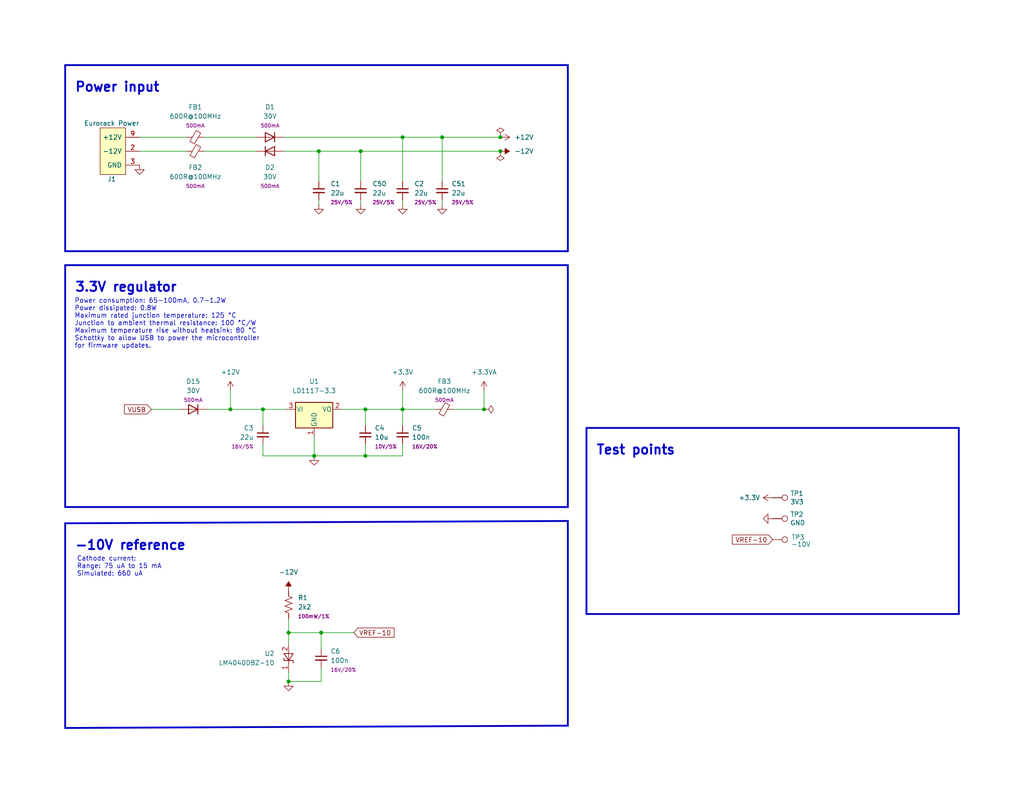
<source format=kicad_sch>
(kicad_sch (version 20250114) (generator "eeschema") (generator_version "9.0")
  (paper "USLetter")
  (title_block (title "Castor & Pollux") (date "2022-10-07") (rev "v6") (company "Winterbloom") (comment 1 "Alethea Flowers") (comment 2 "CERN-OHL-P v2") (comment 3 "gemini.wntr.dev"))
  (lib_symbols
    (symbol "Connector:TestPoint" (pin_numbers (hide yes)) (pin_names (offset 0.762) (hide yes))
      (property "Reference" "TP" (at 0 6.858 0))
      (property "Value" "TestPoint" (at 0 5.08 0))
      (symbol "TestPoint_0_1"
        (circle (center 0 3.302) (radius 0.762))
      )
      (symbol "TestPoint_1_1"
        (pin passive line (at 0 0 90) (length 2.54) (name "1") (number "1"))
      )
    )
    (symbol "Device:C_Small" (pin_numbers (hide yes)) (pin_names (offset 0.254) (hide yes))
      (property "Reference" "C" (at 0.254 1.778 0))
      (property "Value" "C_Small" (at 0.254 -2.032 0))
      (symbol "C_Small_0_1"
        (polyline (pts (xy -1.524 0.508) (xy 1.524 0.508)) (stroke (width 0.3048)))
        (polyline (pts (xy -1.524 -0.508) (xy 1.524 -0.508)) (stroke (width 0.3302)))
      )
      (symbol "C_Small_1_1"
        (pin passive line (at 0 2.54 270) (length 2.032) (name "~") (number "1"))
        (pin passive line (at 0 -2.54 90) (length 2.032) (name "~") (number "2"))
      )
    )
    (symbol "Device:D" (pin_numbers (hide yes)) (pin_names (offset 1.016) (hide yes))
      (property "Reference" "D" (at 0 2.54 0))
      (property "Value" "D" (at 0 -2.54 0))
      (symbol "D_0_1"
        (polyline (pts (xy -1.27 1.27) (xy -1.27 -1.27)) (stroke (width 0.254)))
        (polyline (pts (xy 1.27 1.27) (xy 1.27 -1.27) (xy -1.27 0) (xy 1.27 1.27)) (stroke (width 0.254)))
        (polyline (pts (xy 1.27 0) (xy -1.27 0)))
      )
      (symbol "D_1_1"
        (pin passive line (at -3.81 0 0) (length 2.54) (name "K") (number "1"))
        (pin passive line (at 3.81 0 180) (length 2.54) (name "A") (number "2"))
      )
    )
    (symbol "Device:FerriteBead_Small" (pin_numbers (hide yes)) (pin_names (offset 0))
      (property "Reference" "FB" (at 1.905 1.27 0))
      (property "Value" "FerriteBead_Small" (at 1.905 -1.27 0))
      (symbol "FerriteBead_Small_0_1"
        (polyline (pts (xy -1.8288 0.2794) (xy -1.1176 1.4986) (xy 1.8288 -0.2032) (xy 1.1176 -1.4224) (xy -1.8288 0.2794)))
        (polyline (pts (xy 0 0.889) (xy 0 1.2954)))
        (polyline (pts (xy 0 -1.27) (xy 0 -0.7874)))
      )
      (symbol "FerriteBead_Small_1_1"
        (pin passive line (at 0 2.54 270) (length 1.27) (name "~") (number "1"))
        (pin passive line (at 0 -2.54 90) (length 1.27) (name "~") (number "2"))
      )
    )
    (symbol "Device:R_US" (pin_numbers (hide yes)) (pin_names (offset 0))
      (property "Reference" "R" (at 2.54 0 90))
      (property "Value" "R_US" (at -2.54 0 90))
      (symbol "R_US_0_1"
        (polyline (pts (xy 0 2.286) (xy 0 2.54)))
        (polyline (pts (xy 0 2.286) (xy 1.016 1.905) (xy 0 1.524) (xy -1.016 1.143) (xy 0 0.762)))
        (polyline (pts (xy 0 0.762) (xy 1.016 0.381) (xy 0 0) (xy -1.016 -0.381) (xy 0 -0.762)))
        (polyline (pts (xy 0 -0.762) (xy 1.016 -1.143) (xy 0 -1.524) (xy -1.016 -1.905) (xy 0 -2.286)))
        (polyline (pts (xy 0 -2.286) (xy 0 -2.54)))
      )
      (symbol "R_US_1_1"
        (pin passive line (at 0 3.81 270) (length 1.27) (name "~") (number "1"))
        (pin passive line (at 0 -3.81 90) (length 1.27) (name "~") (number "2"))
      )
    )
    (symbol "Regulator_Linear:LM1117-3.3" (pin_names (offset 0.254))
      (property "Reference" "U" (at -3.81 3.175 0))
      (property "Value" "LM1117-3.3" (at 0 3.175 0))
      (symbol "LM1117-3.3_0_1"
        (rectangle (start -5.08 -5.08) (end 5.08 1.905) (stroke (width 0.254)) (fill (type background)))
      )
      (symbol "LM1117-3.3_1_1"
        (pin power_in line (at -7.62 0 0) (length 2.54) (name "VI") (number "3"))
        (pin power_in line (at 0 -7.62 90) (length 2.54) (name "GND") (number "1"))
        (pin power_out line (at 7.62 0 180) (length 2.54) (name "VO") (number "2"))
      )
    )
    (symbol "power:+12V" (power) (pin_names (offset 0))
      (property "Value" "+12V" (at 0 3.556 0))
      (symbol "+12V_0_1"
        (polyline (pts (xy -0.762 1.27) (xy 0 2.54)))
        (polyline (pts (xy 0 2.54) (xy 0.762 1.27)))
        (polyline (pts (xy 0 0) (xy 0 2.54)))
      )
      (symbol "+12V_1_1"
        (pin power_in line (at 0 0 90) (length 0) (hide yes) (name "+12V") (number "1"))
      )
    )
    (symbol "power:+3.3V" (power) (pin_names (offset 0))
      (property "Value" "+3.3V" (at 0 3.556 0))
      (symbol "+3.3V_0_1"
        (polyline (pts (xy -0.762 1.27) (xy 0 2.54)))
        (polyline (pts (xy 0 2.54) (xy 0.762 1.27)))
        (polyline (pts (xy 0 0) (xy 0 2.54)))
      )
      (symbol "+3.3V_1_1"
        (pin power_in line (at 0 0 90) (length 0) (hide yes) (name "+3.3V") (number "1"))
      )
    )
    (symbol "power:+3.3VA" (power) (pin_names (offset 0))
      (property "Value" "+3.3VA" (at 0 3.556 0))
      (symbol "+3.3VA_0_1"
        (polyline (pts (xy -0.762 1.27) (xy 0 2.54)))
        (polyline (pts (xy 0 2.54) (xy 0.762 1.27)))
        (polyline (pts (xy 0 0) (xy 0 2.54)))
      )
      (symbol "+3.3VA_1_1"
        (pin power_in line (at 0 0 90) (length 0) (hide yes) (name "+3.3VA") (number "1"))
      )
    )
    (symbol "power:-12V" (power) (pin_names (offset 0))
      (property "Value" "-12V" (at 0 3.81 0))
      (symbol "-12V_0_0"
        (pin power_in line (at 0 0 90) (length 0) (hide yes) (name "-12V") (number "1"))
      )
      (symbol "-12V_0_1"
        (polyline (pts (xy 0 0) (xy 0 1.27) (xy 0.762 1.27) (xy 0 2.54) (xy -0.762 1.27) (xy 0 1.27)) (fill (type outline)))
      )
    )
    (symbol "power:GND" (power) (pin_names (offset 0))
      (property "Value" "GND" (at 0 -3.81 0))
      (symbol "GND_0_1"
        (polyline (pts (xy 0 0) (xy 0 -1.27) (xy 1.27 -1.27) (xy 0 -2.54) (xy -1.27 -1.27) (xy 0 -1.27)))
      )
      (symbol "GND_1_1"
        (pin power_in line (at 0 0 270) (length 0) (hide yes) (name "GND") (number "1"))
      )
    )
    (symbol "power:PWR_FLAG" (power) (pin_numbers (hide yes)) (pin_names (offset 0) (hide yes))
      (property "Value" "PWR_FLAG" (at 0 3.81 0))
      (symbol "PWR_FLAG_0_0"
        (pin power_out line (at 0 0 90) (length 0) (name "pwr") (number "1"))
      )
      (symbol "PWR_FLAG_0_1"
        (polyline (pts (xy 0 0) (xy 0 1.27) (xy -1.016 1.905) (xy 0 2.54) (xy 1.016 1.905) (xy 0 1.27)))
      )
    )
    (symbol "winterbloom:Eurorack_Power" (pin_names (offset 1.016))
      (property "Reference" "J" (at -0.635 7.62 0))
      (property "Value" "Eurorack_Power" (at 0 -7.62 0))
      (symbol "Eurorack_Power_0_1"
        (rectangle (start -3.175 6.35) (end 3.81 -6.35) (fill (type background)))
      )
      (symbol "Eurorack_Power_1_1"
        (pin passive line (at 7.62 3.81 180) (length 3.81) (hide yes) (name "+12V") (number "10"))
        (pin power_out line (at 7.62 3.81 180) (length 3.81) (name "+12V") (number "9"))
        (pin power_out line (at 7.62 0 180) (length 3.81) (hide yes) (name "-12V") (number "1"))
        (pin passive line (at 7.62 0 180) (length 3.81) (name "-12V") (number "2"))
        (pin power_out line (at 7.62 -3.81 180) (length 3.81) (name "GND") (number "3"))
        (pin passive line (at 7.62 -3.81 180) (length 3.81) (hide yes) (name "GND") (number "4"))
        (pin passive line (at 7.62 -3.81 180) (length 3.81) (hide yes) (name "GND") (number "5"))
        (pin passive line (at 7.62 -3.81 180) (length 3.81) (hide yes) (name "GND") (number "6"))
        (pin passive line (at 7.62 -3.81 180) (length 3.81) (hide yes) (name "GND") (number "7"))
        (pin passive line (at 7.62 -3.81 180) (length 3.81) (hide yes) (name "GND") (number "8"))
      )
    )
    (symbol "winterbloom:LM4040DBZ-10" (pin_names (offset 0.0254) (hide yes))
      (property "Reference" "U1" (at -2.54 1.27 90))
      (property "Value" "LM4040DBZ-10" (at -2.54 -1.27 90))
      (symbol "LM4040DBZ-10_0_0"
        (pin no_connect line (at 0 0 270) (length 2.54) (hide yes) (name "NC") (number "3"))
      )
      (symbol "LM4040DBZ-10_0_1"
        (polyline (pts (xy -1.27 0) (xy 0 0) (xy 1.27 0)))
        (polyline (pts (xy -1.27 -1.27) (xy 0.635 0) (xy -1.27 1.27) (xy -1.27 -1.27)) (stroke (width 0.2032)))
        (polyline (pts (xy 0 -1.27) (xy 0.635 -1.27) (xy 0.635 1.27) (xy 1.27 1.27)) (stroke (width 0.2032)))
      )
      (symbol "LM4040DBZ-10_1_1"
        (pin passive line (at -3.81 0 0) (length 2.54) (name "A") (number "2"))
        (pin passive line (at 3.81 0 180) (length 2.54) (name "K") (number "1"))
      )
    )
  )
  (text "Cathode current:\nRange: 75 uA to 15 mA\nSimulated: 660 uA\n" (at 20.955 157.48 0) (effects (font (size 1.27 1.27)) (justify left bottom)))
  (text "3.3V regulator" (at 20.32 80.01 0) (effects (font (size 2.54 2.54) (thickness 0.508) (bold yes)) (justify left bottom)))
  (text "Test points" (at 162.56 124.46 0) (effects (font (size 2.54 2.54) (thickness 0.508) (bold yes)) (justify left bottom)))
  (text "-10V reference" (at 20.32 150.495 0) (effects (font (size 2.54 2.54) (thickness 0.508) (bold yes)) (justify left bottom)))
  (text "Power consumption: 65-100mA, 0.7-1.2W\nPower dissipated: 0.8W\nMaximum rated junction temperature: 125 °C\nJunction to ambient thermal resistance: 100 °C/W\nMaximum temperature rise without heatsink: 80 °C\nSchottky to allow USB to power the microcontroller\nfor firmware updates." (at 20.32 95.25 0) (effects (font (size 1.27 1.27)) (justify left bottom)))
  (text "Power input" (at 20.32 25.4 0) (effects (font (size 2.54 2.54) (thickness 0.508) (bold yes)) (justify left bottom)))
  (junction (at 132.08 111.76))
  (junction (at 78.74 186.055))
  (junction (at 87.63 172.72))
  (junction (at 86.995 41.275))
  (junction (at 120.65 37.465))
  (junction (at 98.425 41.275))
  (junction (at 85.725 124.46))
  (junction (at 78.74 172.72))
  (junction (at 99.695 111.76))
  (junction (at 136.525 37.465))
  (junction (at 71.755 111.76))
  (junction (at 109.855 111.76))
  (junction (at 99.695 124.46))
  (junction (at 136.525 41.275))
  (junction (at 109.855 37.465))
  (junction (at 62.865 111.76))
  (wire (pts (xy 109.855 124.46) (xy 99.695 124.46)))
  (polyline (pts (xy 160.02 116.84) (xy 160.02 167.64)) (stroke (width 0.5) (type solid)))
  (wire (pts (xy 93.345 111.76) (xy 99.695 111.76)))
  (wire (pts (xy 86.995 41.275) (xy 98.425 41.275)))
  (polyline (pts (xy 17.78 142.875) (xy 17.78 198.755)) (stroke (width 0.5) (type solid)))
  (wire (pts (xy 62.865 106.68) (xy 62.865 111.76)))
  (polyline (pts (xy 160.02 167.64) (xy 261.62 167.64)) (stroke (width 0.5) (type solid)))
  (polyline (pts (xy 17.78 17.78) (xy 17.78 68.58)) (stroke (width 0.5) (type solid)))
  (polyline (pts (xy 17.78 72.39) (xy 17.78 138.43)) (stroke (width 0.5) (type solid)))
  (polyline (pts (xy 154.94 198.12) (xy 17.78 198.755)) (stroke (width 0.5) (type solid)))
  (wire (pts (xy 71.755 111.76) (xy 71.755 116.205)))
  (wire (pts (xy 109.855 54.61) (xy 109.855 55.88)))
  (wire (pts (xy 99.695 124.46) (xy 85.725 124.46)))
  (wire (pts (xy 85.725 119.38) (xy 85.725 124.46)))
  (wire (pts (xy 99.695 111.76) (xy 99.695 116.205)))
  (wire (pts (xy 38.1 41.275) (xy 50.8 41.275)))
  (wire (pts (xy 120.65 37.465) (xy 120.65 49.53)))
  (wire (pts (xy 78.74 168.91) (xy 78.74 172.72)))
  (wire (pts (xy 109.855 121.285) (xy 109.855 124.46)))
  (polyline (pts (xy 154.94 68.58) (xy 17.78 68.58)) (stroke (width 0.5) (type solid)))
  (wire (pts (xy 87.63 172.72) (xy 96.52 172.72)))
  (wire (pts (xy 38.1 37.465) (xy 50.8 37.465)))
  (wire (pts (xy 78.74 172.72) (xy 87.63 172.72)))
  (wire (pts (xy 86.995 54.61) (xy 86.995 55.88)))
  (polyline (pts (xy 154.94 138.43) (xy 17.78 138.43)) (stroke (width 0.5) (type solid)))
  (wire (pts (xy 85.725 124.46) (xy 71.755 124.46)))
  (wire (pts (xy 123.825 111.76) (xy 132.08 111.76)))
  (wire (pts (xy 99.695 111.76) (xy 109.855 111.76)))
  (wire (pts (xy 77.47 37.465) (xy 109.855 37.465)))
  (polyline (pts (xy 17.78 72.39) (xy 154.94 72.39)) (stroke (width 0.5) (type solid)))
  (wire (pts (xy 71.755 124.46) (xy 71.755 121.285)))
  (wire (pts (xy 98.425 41.275) (xy 136.525 41.275)))
  (polyline (pts (xy 17.78 142.875) (xy 154.94 142.24)) (stroke (width 0.5) (type solid)))
  (polyline (pts (xy 154.94 142.24) (xy 154.94 198.12)) (stroke (width 0.5) (type solid)))
  (wire (pts (xy 99.695 121.285) (xy 99.695 124.46)))
  (wire (pts (xy 120.65 54.61) (xy 120.65 55.88)))
  (wire (pts (xy 98.425 41.275) (xy 98.425 49.53)))
  (wire (pts (xy 62.865 111.76) (xy 71.755 111.76)))
  (wire (pts (xy 86.995 41.275) (xy 86.995 49.53)))
  (wire (pts (xy 109.855 111.76) (xy 109.855 116.205)))
  (wire (pts (xy 98.425 54.61) (xy 98.425 55.88)))
  (wire (pts (xy 78.74 183.515) (xy 78.74 186.055)))
  (wire (pts (xy 120.65 37.465) (xy 136.525 37.465)))
  (wire (pts (xy 109.855 37.465) (xy 120.65 37.465)))
  (polyline (pts (xy 160.02 116.84) (xy 261.62 116.84)) (stroke (width 0.5) (type solid)))
  (wire (pts (xy 55.88 37.465) (xy 69.85 37.465)))
  (wire (pts (xy 78.74 172.72) (xy 78.74 175.895)))
  (wire (pts (xy 87.63 182.245) (xy 87.63 186.055)))
  (wire (pts (xy 87.63 172.72) (xy 87.63 177.165)))
  (wire (pts (xy 87.63 186.055) (xy 78.74 186.055)))
  (wire (pts (xy 56.515 111.76) (xy 62.865 111.76)))
  (wire (pts (xy 55.88 41.275) (xy 69.85 41.275)))
  (polyline (pts (xy 154.94 72.39) (xy 154.94 138.43)) (stroke (width 0.5) (type solid)))
  (wire (pts (xy 48.895 111.76) (xy 41.275 111.76)))
  (polyline (pts (xy 261.62 167.64) (xy 261.62 116.84)) (stroke (width 0.5) (type solid)))
  (wire (pts (xy 109.855 37.465) (xy 109.855 49.53)))
  (wire (pts (xy 109.855 111.76) (xy 118.745 111.76)))
  (polyline (pts (xy 17.78 17.78) (xy 154.94 17.78)) (stroke (width 0.5) (type solid)))
  (wire (pts (xy 132.08 111.76) (xy 132.08 106.68)))
  (wire (pts (xy 77.47 41.275) (xy 86.995 41.275)))
  (wire (pts (xy 71.755 111.76) (xy 78.105 111.76)))
  (polyline (pts (xy 154.94 17.78) (xy 154.94 68.58)) (stroke (width 0.5) (type solid)))
  (wire (pts (xy 109.855 111.76) (xy 109.855 106.68)))
  (global_label "VREF-10" (shape input) (at 96.52 172.72 0) (property "Intersheetrefs" "${INTERSHEET_REFS}" (effects (hide yes))))
  (global_label "VUSB" (shape input) (at 41.275 111.76 180) (property "Intersheetrefs" "${INTERSHEET_REFS}" (effects (hide yes))))
  (global_label "VREF-10" (shape input) (at 210.82 147.32 180) (property "Intersheetrefs" "${INTERSHEET_REFS}" (effects (hide yes))))
  (symbol (lib_id "Device:D") (at 73.66 41.275 0) (unit 1)
    (property "Reference" "D2" (at 73.66 45.72 0))
    (property "Value" "30V" (at 73.66 48.26 0))
    (property "Footprint" "winterbloom:D_SOD-123" (effects (hide yes)))
    (property "MPN" "PMEG2005EGWJ, PMEG3005EGWX" (effects (hide yes)))
    (property "Rating" "500mA" (at 73.66 50.8 0) (effects (font (size 1 1))))
  )
  (symbol (lib_id "Device:D") (at 73.66 37.465 180) (unit 1)
    (property "Reference" "D1" (at 73.66 29.21 0))
    (property "Value" "30V" (at 73.66 31.75 0))
    (property "Footprint" "winterbloom:D_SOD-123" (effects (hide yes)))
    (property "MPN" "PMEG2005EGWJ, PMEG3005EGWX" (effects (hide yes)))
    (property "Rating" "500mA" (at 73.66 34.29 0) (effects (font (size 1 1))))
  )
  (symbol (lib_id "power:-12V") (at 136.525 41.275 270) (unit 1)
    (property "Reference" "#PWR05" (effects (hide yes)))
    (property "Value" "-12V" (at 140.335 41.275 90) (effects (justify left)))
  )
  (symbol (lib_id "power:+12V") (at 136.525 37.465 270) (unit 1)
    (property "Reference" "#PWR04" (effects (hide yes)))
    (property "Value" "+12V" (at 140.335 37.465 90) (effects (justify left)))
  )
  (symbol (lib_id "Regulator_Linear:LM1117-3.3") (at 85.725 111.76 0) (unit 1)
    (property "Reference" "U1" (at 85.725 104.14 0))
    (property "Value" "LD1117-3.3" (at 85.725 106.68 0))
    (property "Footprint" "Package_TO_SOT_SMD:TO-252-3_TabPin2" (effects (hide yes)))
    (property "Datasheet" "https://www.st.com/resource/en/datasheet/ld1117.pdf" (effects (hide yes)))
    (property "MPN" "LD1117DT33TR, AZ1117CD-3.3TRG1" (effects (hide yes)))
  )
  (symbol (lib_id "Device:C_Small") (at 71.755 118.745 0) (unit 1)
    (property "Reference" "C3" (at 69.215 116.8462 0) (effects (justify right)))
    (property "Value" "22u" (at 69.215 119.3862 0) (effects (justify right)))
    (property "Footprint" "winterbloom:C_0805_HandSolder" (effects (hide yes)))
    (property "MPN" "CL21A226MAYNNNE" (effects (hide yes)))
    (property "Notes" "Linear regulator input filter" (effects (hide yes)))
    (property "Rating" "16V/5%" (at 69.215 121.9263 0) (effects (font (size 1 1)) (justify right)))
  )
  (symbol (lib_id "Device:C_Small") (at 99.695 118.745 0) (unit 1)
    (property "Reference" "C4" (at 102.235 116.8462 0) (effects (justify left)))
    (property "Value" "10u" (at 102.235 119.3862 0) (effects (justify left)))
    (property "Footprint" "winterbloom:C_0603_HandSolder" (effects (hide yes)))
    (property "Notes" "Linear regulator output filter" (effects (hide yes)))
    (property "MPN" "CL10A106MP8NNNC" (effects (hide yes)))
    (property "Rating" "10V/5%" (at 102.235 121.9263 0) (effects (font (size 1 1)) (justify left)))
  )
  (symbol (lib_id "Device:C_Small") (at 109.855 118.745 0) (unit 1)
    (property "Reference" "C5" (at 112.395 116.8462 0) (effects (justify left)))
    (property "Value" "100n" (at 112.395 119.3862 0) (effects (justify left)))
    (property "Footprint" "winterbloom:C_0402_HandSolder" (effects (hide yes)))
    (property "MPN" "CL05B104KO5NNNC" (effects (hide yes)))
    (property "Notes" "Bypass" (effects (hide yes)))
    (property "MacroFab MPN" "MF-CAP-0402-0.1uF" (effects (hide yes)))
    (property "Rating" "16V/20%" (at 112.395 121.9263 0) (effects (font (size 1 1)) (justify left)))
  )
  (symbol (lib_id "Device:FerriteBead_Small") (at 121.285 111.76 90) (unit 1)
    (property "Reference" "FB3" (at 121.2469 104.14 90))
    (property "Value" "600R@100MHz" (at 121.2469 106.68 90))
    (property "Footprint" "winterbloom:L_0603_HandSolder" (effects (hide yes)))
    (property "MPN" "742792651" (effects (hide yes)))
    (property "Notes" "Analog power filter" (effects (hide yes)))
    (property "Rating" "500mA" (at 121.2469 109.22 90) (effects (font (size 1 1))))
  )
  (symbol (lib_id "power:+3.3V") (at 109.855 106.68 0) (unit 1)
    (property "Reference" "#PWR08" (effects (hide yes)))
    (property "Value" "+3.3V" (at 109.855 101.6 0))
  )
  (symbol (lib_id "power:+3.3VA") (at 132.08 106.68 0) (unit 1)
    (property "Reference" "#PWR09" (effects (hide yes)))
    (property "Value" "+3.3VA" (at 132.08 101.6 0))
  )
  (symbol (lib_id "power:GND") (at 85.725 124.46 0) (unit 1)
    (property "Reference" "#PWR07" (effects (hide yes)))
    (property "Value" "GND" (effects (hide yes)))
  )
  (symbol (lib_id "power:+12V") (at 62.865 106.68 0) (unit 1)
    (property "Reference" "#PWR06" (effects (hide yes)))
    (property "Value" "+12V" (at 62.865 101.6 0))
  )
  (symbol (lib_id "Device:FerriteBead_Small") (at 53.34 41.275 90) (unit 1)
    (property "Reference" "FB2" (at 53.3019 45.72 90))
    (property "Value" "600R@100MHz" (at 53.3019 48.26 90))
    (property "Footprint" "winterbloom:L_0603_HandSolder" (effects (hide yes)))
    (property "MPN" "742792651" (effects (hide yes)))
    (property "Notes" "Power filter" (effects (hide yes)))
    (property "Rating" "500mA" (at 53.3019 50.8 90) (effects (font (size 1 1))))
  )
  (symbol (lib_id "Device:FerriteBead_Small") (at 53.34 37.465 90) (unit 1)
    (property "Reference" "FB1" (at 53.3019 29.21 90))
    (property "Value" "600R@100MHz" (at 53.3019 31.75 90))
    (property "Footprint" "winterbloom:L_0603_HandSolder" (effects (hide yes)))
    (property "MPN" "742792651" (effects (hide yes)))
    (property "Notes" "Power filter" (effects (hide yes)))
    (property "Rating" "500mA" (at 53.3019 34.29 90) (effects (font (size 1 1))))
  )
  (symbol (lib_id "winterbloom:LM4040DBZ-10") (at 78.74 179.705 270) (unit 1)
    (property "Reference" "U2" (at 74.93 178.4349 90) (effects (justify right)))
    (property "Value" "LM4040DBZ-10" (at 74.93 180.9749 90) (effects (justify right)))
    (property "Footprint" "Package_TO_SOT_SMD:SOT-23" (effects (hide yes)))
    (property "Datasheet" "http://www.ti.com/lit/ds/symlink/lm4040-n.pdf" (effects (hide yes)))
    (property "MPN" "LM4040DIM3-10.0/NOPB" (effects (hide yes)))
  )
  (symbol (lib_id "power:-12V") (at 78.74 161.29 0) (unit 1)
    (property "Reference" "#PWR010" (effects (hide yes)))
    (property "Value" "-12V" (at 78.74 156.21 0))
  )
  (symbol (lib_id "Device:R_US") (at 78.74 165.1 0) (unit 1)
    (property "Reference" "R1" (at 81.28 163.1949 0) (effects (justify left)))
    (property "Value" "2k2" (at 81.28 165.7349 0) (effects (justify left)))
    (property "Footprint" "winterbloom:R_0402_HandSolder" (effects (hide yes)))
    (property "MPN" "ERJ-2RKF2201X" (effects (hide yes)))
    (property "Notes" "-10V zener current control" (effects (hide yes)))
    (property "MacroFab MPN" "MF-RES-0402-2K" (effects (hide yes)))
    (property "Rating" "100mW/1%" (at 81.28 168.275 0) (effects (font (size 1 1)) (justify left)))
  )
  (symbol (lib_id "power:GND") (at 78.74 186.055 0) (unit 1)
    (property "Reference" "#PWR011" (effects (hide yes)))
    (property "Value" "GND" (effects (hide yes)))
  )
  (symbol (lib_id "Device:C_Small") (at 87.63 179.705 0) (unit 1)
    (property "Reference" "C6" (at 90.17 177.8062 0) (effects (justify left)))
    (property "Value" "100n" (at 90.17 180.3462 0) (effects (justify left)))
    (property "Footprint" "winterbloom:C_0402_HandSolder" (effects (hide yes)))
    (property "MPN" "CL05B104KO5NNNC" (effects (hide yes)))
    (property "Notes" "Bypass" (effects (hide yes)))
    (property "MacroFab MPN" "MF-CAP-0402-0.1uF" (effects (hide yes)))
    (property "Rating" "16V/20%" (at 90.17 182.8863 0) (effects (font (size 1 1)) (justify left)))
  )
  (symbol (lib_id "power:GND") (at 86.995 55.88 0) (unit 1)
    (property "Reference" "#PWR02" (effects (hide yes)))
    (property "Value" "GND" (effects (hide yes)))
  )
  (symbol (lib_id "Device:C_Small") (at 86.995 52.07 0) (unit 1)
    (property "Reference" "C1" (at 90.17 50.1712 0) (effects (justify left)))
    (property "Value" "22u" (at 90.17 52.7112 0) (effects (justify left)))
    (property "Footprint" "winterbloom:C_0805_HandSolder" (effects (hide yes)))
    (property "MPN" "CL21A226MAYNNNE" (effects (hide yes)))
    (property "Notes" "Bulk capacitance" (effects (hide yes)))
    (property "Rating" "25V/5%" (at 90.17 55.2513 0) (effects (font (size 1 1)) (justify left)))
  )
  (symbol (lib_id "power:GND") (at 38.1 45.085 0) (unit 1)
    (property "Reference" "#PWR01" (effects (hide yes)))
    (property "Value" "GND" (effects (hide yes)))
  )
  (symbol (lib_id "power:PWR_FLAG") (at 132.08 111.76 270) (unit 1)
    (property "Reference" "#FLG03" (effects (hide yes)))
    (property "Value" "PWR_FLAG" (effects (hide yes)))
  )
  (symbol (lib_id "power:GND") (at 210.82 141.605 270) (unit 1)
    (property "Reference" "#PWR013" (effects (hide yes)))
    (property "Value" "GND" (effects (hide yes)))
  )
  (symbol (lib_id "power:+3.3V") (at 210.82 135.89 90) (unit 1)
    (property "Reference" "#PWR012" (effects (hide yes)))
    (property "Value" "+3.3V" (at 204.47 135.89 90))
  )
  (symbol (lib_id "Device:C_Small") (at 120.65 52.07 0) (unit 1)
    (property "Reference" "C51" (at 123.19 50.1712 0) (effects (justify left)))
    (property "Value" "22u" (at 123.19 52.7112 0) (effects (justify left)))
    (property "Footprint" "winterbloom:C_0805_HandSolder" (effects (hide yes)))
    (property "MPN" "CL21A226MAYNNNE" (effects (hide yes)))
    (property "Notes" "Bulk capacitance" (effects (hide yes)))
    (property "Rating" "25V/5%" (at 123.19 55.2513 0) (effects (font (size 1 1)) (justify left)))
  )
  (symbol (lib_id "power:PWR_FLAG") (at 136.525 37.465 0) (unit 1)
    (property "Reference" "#FLG01" (effects (hide yes)))
    (property "Value" "PWR_FLAG" (effects (hide yes)))
  )
  (symbol (lib_id "Device:D") (at 52.705 111.76 180) (unit 1)
    (property "Reference" "D15" (at 52.705 104.14 0))
    (property "Value" "30V" (at 52.705 106.68 0))
    (property "Footprint" "winterbloom:D_SOD-123" (effects (hide yes)))
    (property "MPN" "PMEG2005EGWJ, PMEG3005EGWX" (effects (hide yes)))
    (property "Rating" "500mA" (at 52.705 109.22 0) (effects (font (size 1 1))))
  )
  (symbol (lib_id "Connector:TestPoint") (at 210.82 147.32 270) (unit 1) (in_bom no)
    (property "Reference" "TP3" (at 215.9 146.685 90) (effects (justify left)))
    (property "Value" "-10V" (at 215.9 148.59 90) (effects (justify left)))
    (property "Footprint" "TestPoint:TestPoint_Pad_D1.0mm" (effects (hide yes)))
    (property "DNP" "1" (effects (hide yes)))
  )
  (symbol (lib_id "Connector:TestPoint") (at 210.82 135.89 270) (unit 1) (in_bom no)
    (property "Reference" "TP1" (at 215.5952 134.7216 90) (effects (justify left)))
    (property "Value" "3V3" (at 215.5952 137.033 90) (effects (justify left)))
    (property "Footprint" "TestPoint:TestPoint_Pad_D1.0mm" (effects (hide yes)))
    (property "DNP" "1" (effects (hide yes)))
  )
  (symbol (lib_id "power:GND") (at 120.65 55.88 0) (unit 1)
    (property "Reference" "#PWR027" (effects (hide yes)))
    (property "Value" "GND" (effects (hide yes)))
  )
  (symbol (lib_id "winterbloom:Eurorack_Power") (at 30.48 41.275 0) (unit 1)
    (property "Reference" "J1" (at 30.48 48.895 0))
    (property "Value" "Eurorack Power" (at 30.48 33.655 0))
    (property "Footprint" "winterbloom:Eurorack_Power_2x5_Shrouded" (effects (hide yes)))
    (property "Datasheet" "https://static6.arrow.com/aropdfconversion/1507f1621f4e67855dd466ebb3ac550d52564a9d/32302-sxx1.pdf" (effects (hide yes)))
    (property "MPN" "4UCONN 20253, On-shore 302-S101" (effects (hide yes)))
  )
  (symbol (lib_id "power:GND") (at 109.855 55.88 0) (unit 1)
    (property "Reference" "#PWR03" (effects (hide yes)))
    (property "Value" "GND" (effects (hide yes)))
  )
  (symbol (lib_id "power:GND") (at 98.425 55.88 0) (unit 1)
    (property "Reference" "#PWR026" (effects (hide yes)))
    (property "Value" "GND" (effects (hide yes)))
  )
  (symbol (lib_id "Device:C_Small") (at 109.855 52.07 0) (unit 1)
    (property "Reference" "C2" (at 113.03 50.1712 0) (effects (justify left)))
    (property "Value" "22u" (at 113.03 52.7112 0) (effects (justify left)))
    (property "Footprint" "winterbloom:C_0805_HandSolder" (effects (hide yes)))
    (property "MPN" "CL21A226MAYNNNE" (effects (hide yes)))
    (property "Notes" "Bulk capacitance" (effects (hide yes)))
    (property "Rating" "25V/5%" (at 113.03 55.2513 0) (effects (font (size 1 1)) (justify left)))
  )
  (symbol (lib_id "Device:C_Small") (at 98.425 52.07 0) (unit 1)
    (property "Reference" "C50" (at 101.6 50.1712 0) (effects (justify left)))
    (property "Value" "22u" (at 101.6 52.7112 0) (effects (justify left)))
    (property "Footprint" "winterbloom:C_0805_HandSolder" (effects (hide yes)))
    (property "MPN" "CL21A226MAYNNNE" (effects (hide yes)))
    (property "Notes" "Bulk capacitance" (effects (hide yes)))
    (property "Rating" "25V/5%" (at 101.6 55.2513 0) (effects (font (size 1 1)) (justify left)))
  )
  (symbol (lib_id "Connector:TestPoint") (at 210.82 141.605 270) (unit 1) (in_bom no)
    (property "Reference" "TP2" (at 215.5952 140.4366 90) (effects (justify left)))
    (property "Value" "GND" (at 215.5952 142.748 90) (effects (justify left)))
    (property "Footprint" "TestPoint:TestPoint_Pad_D1.0mm" (effects (hide yes)))
    (property "DNP" "1" (effects (hide yes)))
  )
  (symbol (lib_id "power:PWR_FLAG") (at 136.525 41.275 180) (unit 1)
    (property "Reference" "#FLG02" (effects (hide yes)))
    (property "Value" "PWR_FLAG" (effects (hide yes)))
  )
)
</source>
